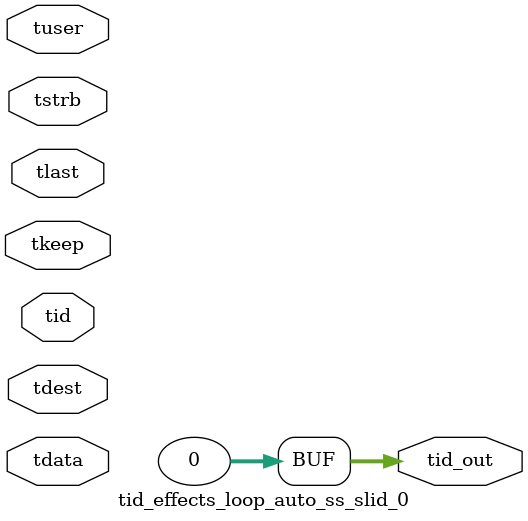
<source format=v>


`timescale 1ps/1ps

module tid_effects_loop_auto_ss_slid_0 #
(
parameter C_S_AXIS_TID_WIDTH   = 1,
parameter C_S_AXIS_TUSER_WIDTH = 0,
parameter C_S_AXIS_TDATA_WIDTH = 0,
parameter C_S_AXIS_TDEST_WIDTH = 0,
parameter C_M_AXIS_TID_WIDTH   = 32
)
(
input  [(C_S_AXIS_TID_WIDTH   == 0 ? 1 : C_S_AXIS_TID_WIDTH)-1:0       ] tid,
input  [(C_S_AXIS_TDATA_WIDTH == 0 ? 1 : C_S_AXIS_TDATA_WIDTH)-1:0     ] tdata,
input  [(C_S_AXIS_TUSER_WIDTH == 0 ? 1 : C_S_AXIS_TUSER_WIDTH)-1:0     ] tuser,
input  [(C_S_AXIS_TDEST_WIDTH == 0 ? 1 : C_S_AXIS_TDEST_WIDTH)-1:0     ] tdest,
input  [(C_S_AXIS_TDATA_WIDTH/8)-1:0 ] tkeep,
input  [(C_S_AXIS_TDATA_WIDTH/8)-1:0 ] tstrb,
input                                                                    tlast,
output [(C_M_AXIS_TID_WIDTH   == 0 ? 1 : C_M_AXIS_TID_WIDTH)-1:0       ] tid_out
);

assign tid_out = {1'b0};

endmodule


</source>
